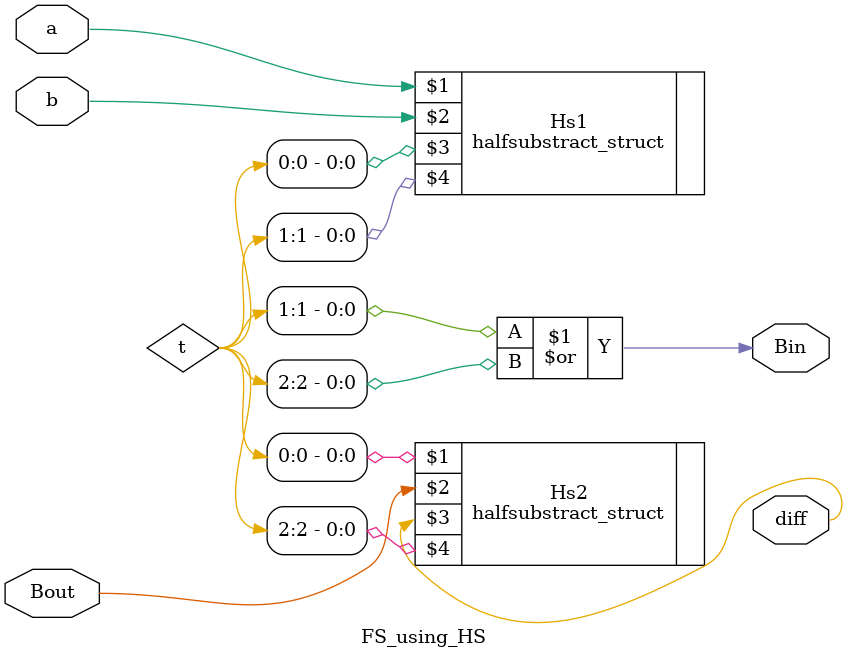
<source format=v>

module FS_using_HS(input a,b,Bout ,output diff,Bin);
  wire [2:0]t;

  halfsubstract_struct Hs1(a,b,t[0],t[1]);
  halfsubstract_struct Hs2(t[0],Bout,diff,t[2]);
  
  or G1(Bin,t[1],t[2]);
  
endmodule
</source>
